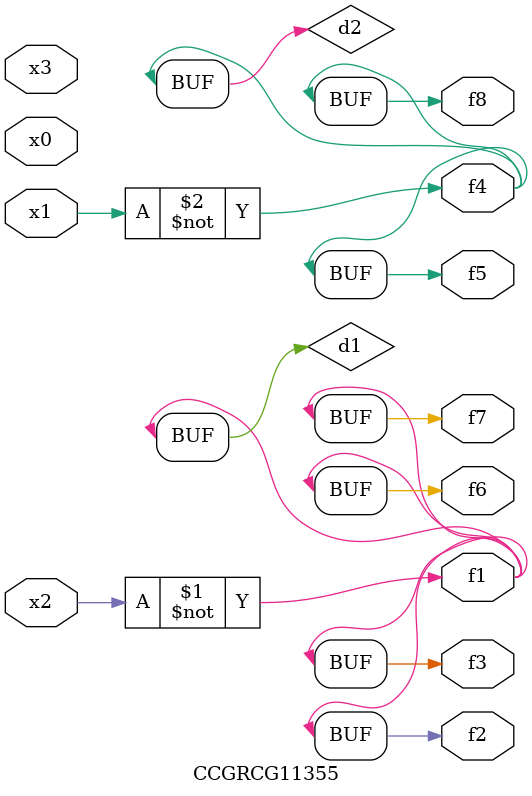
<source format=v>
module CCGRCG11355(
	input x0, x1, x2, x3,
	output f1, f2, f3, f4, f5, f6, f7, f8
);

	wire d1, d2;

	xnor (d1, x2);
	not (d2, x1);
	assign f1 = d1;
	assign f2 = d1;
	assign f3 = d1;
	assign f4 = d2;
	assign f5 = d2;
	assign f6 = d1;
	assign f7 = d1;
	assign f8 = d2;
endmodule

</source>
